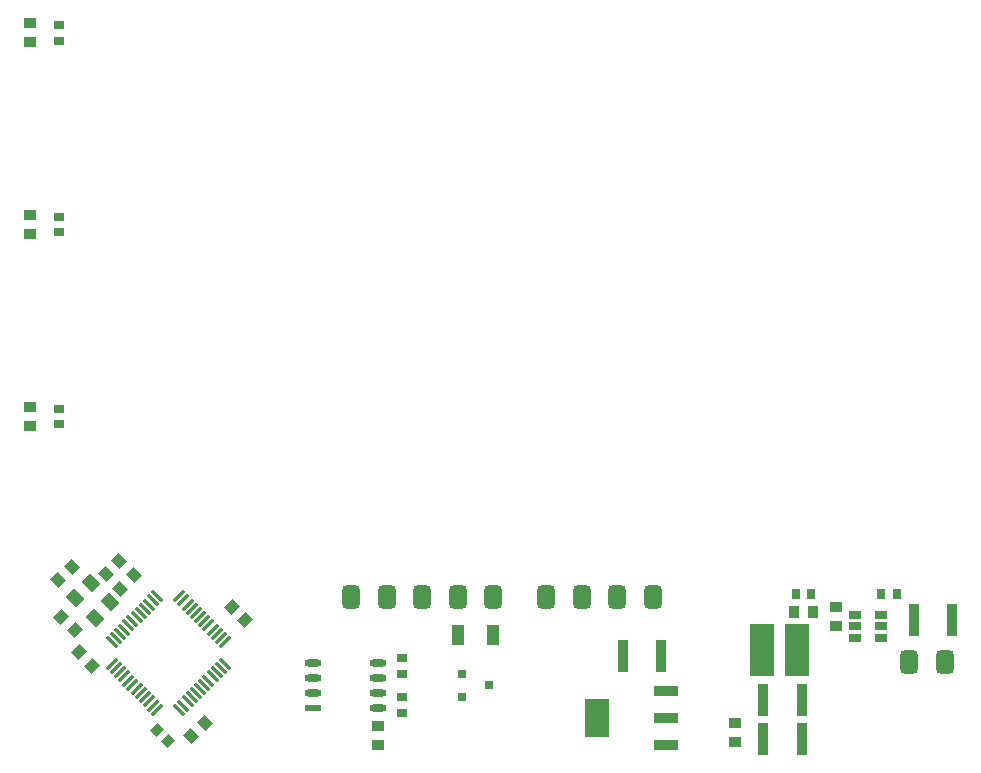
<source format=gbp>
G04*
G04 #@! TF.GenerationSoftware,Altium Limited,Altium Designer,23.3.1 (30)*
G04*
G04 Layer_Color=128*
%FSLAX44Y44*%
%MOMM*%
G71*
G04*
G04 #@! TF.SameCoordinates,351FD183-007B-45CA-81C2-1D2A0FC3FDAE*
G04*
G04*
G04 #@! TF.FilePolarity,Positive*
G04*
G01*
G75*
%ADD13R,0.8000X0.9500*%
%ADD14R,0.9500X0.8000*%
%ADD15R,1.0500X0.9000*%
%ADD19R,0.9000X1.0500*%
G04:AMPARAMS|DCode=33|XSize=0.29mm|YSize=1.4mm|CornerRadius=0mm|HoleSize=0mm|Usage=FLASHONLY|Rotation=315.000|XOffset=0mm|YOffset=0mm|HoleType=Round|Shape=Round|*
%AMOVALD33*
21,1,1.1100,0.2900,0.0000,0.0000,45.0*
1,1,0.2900,-0.3925,-0.3925*
1,1,0.2900,0.3925,0.3925*
%
%ADD33OVALD33*%

G04:AMPARAMS|DCode=34|XSize=0.29mm|YSize=1.4mm|CornerRadius=0mm|HoleSize=0mm|Usage=FLASHONLY|Rotation=225.000|XOffset=0mm|YOffset=0mm|HoleType=Round|Shape=Round|*
%AMOVALD34*
21,1,1.1100,0.2900,0.0000,0.0000,315.0*
1,1,0.2900,-0.3925,0.3925*
1,1,0.2900,0.3925,-0.3925*
%
%ADD34OVALD34*%

%ADD35R,0.7620X0.7620*%
%ADD36R,1.0500X1.7200*%
G04:AMPARAMS|DCode=37|XSize=1.05mm|YSize=0.9mm|CornerRadius=0mm|HoleSize=0mm|Usage=FLASHONLY|Rotation=315.000|XOffset=0mm|YOffset=0mm|HoleType=Round|Shape=Rectangle|*
%AMROTATEDRECTD37*
4,1,4,-0.6894,0.0530,-0.0530,0.6894,0.6894,-0.0530,0.0530,-0.6894,-0.6894,0.0530,0.0*
%
%ADD37ROTATEDRECTD37*%

%ADD38R,0.9542X2.7062*%
%ADD39O,1.4500X0.6000*%
%ADD40R,1.4500X0.6000*%
%ADD41R,2.1500X0.9000*%
%ADD42R,2.1500X3.2500*%
G04:AMPARAMS|DCode=43|XSize=1.5mm|YSize=2mm|CornerRadius=0.375mm|HoleSize=0mm|Usage=FLASHONLY|Rotation=0.000|XOffset=0mm|YOffset=0mm|HoleType=Round|Shape=RoundedRectangle|*
%AMROUNDEDRECTD43*
21,1,1.5000,1.2500,0,0,0.0*
21,1,0.7500,2.0000,0,0,0.0*
1,1,0.7500,0.3750,-0.6250*
1,1,0.7500,-0.3750,-0.6250*
1,1,0.7500,-0.3750,0.6250*
1,1,0.7500,0.3750,0.6250*
%
%ADD43ROUNDEDRECTD43*%
G04:AMPARAMS|DCode=44|XSize=1.05mm|YSize=1.3mm|CornerRadius=0mm|HoleSize=0mm|Usage=FLASHONLY|Rotation=225.000|XOffset=0mm|YOffset=0mm|HoleType=Round|Shape=Rectangle|*
%AMROTATEDRECTD44*
4,1,4,-0.0884,0.8309,0.8309,-0.0884,0.0884,-0.8309,-0.8309,0.0884,-0.0884,0.8309,0.0*
%
%ADD44ROTATEDRECTD44*%

G04:AMPARAMS|DCode=45|XSize=0.95mm|YSize=0.8mm|CornerRadius=0mm|HoleSize=0mm|Usage=FLASHONLY|Rotation=45.000|XOffset=0mm|YOffset=0mm|HoleType=Round|Shape=Rectangle|*
%AMROTATEDRECTD45*
4,1,4,-0.0530,-0.6187,-0.6187,-0.0530,0.0530,0.6187,0.6187,0.0530,-0.0530,-0.6187,0.0*
%
%ADD45ROTATEDRECTD45*%

%ADD46R,2.0000X4.5000*%
%ADD47R,1.0000X0.7000*%
G04:AMPARAMS|DCode=48|XSize=1.05mm|YSize=0.9mm|CornerRadius=0mm|HoleSize=0mm|Usage=FLASHONLY|Rotation=225.000|XOffset=0mm|YOffset=0mm|HoleType=Round|Shape=Rectangle|*
%AMROTATEDRECTD48*
4,1,4,0.0530,0.6894,0.6894,0.0530,-0.0530,-0.6894,-0.6894,-0.0530,0.0530,0.6894,0.0*
%
%ADD48ROTATEDRECTD48*%

D13*
X783500Y140000D02*
D03*
X796500D02*
D03*
X724000D02*
D03*
X711000D02*
D03*
D14*
X377500Y39500D02*
D03*
Y52500D02*
D03*
Y85500D02*
D03*
Y72500D02*
D03*
X87500Y283500D02*
D03*
Y296500D02*
D03*
Y446000D02*
D03*
Y459000D02*
D03*
Y608500D02*
D03*
Y621500D02*
D03*
D15*
X745000Y112500D02*
D03*
Y128500D02*
D03*
X62500Y298000D02*
D03*
Y282000D02*
D03*
Y444500D02*
D03*
Y460500D02*
D03*
Y623000D02*
D03*
Y607000D02*
D03*
X357500Y28000D02*
D03*
Y12000D02*
D03*
X660000Y31000D02*
D03*
Y15000D02*
D03*
D19*
X725500Y125000D02*
D03*
X709500D02*
D03*
D33*
X131917Y80808D02*
D03*
X135452Y77272D02*
D03*
X138988Y73737D02*
D03*
X142523Y70201D02*
D03*
X146059Y66666D02*
D03*
X149594Y63130D02*
D03*
X153130Y59594D02*
D03*
X156665Y56059D02*
D03*
X160201Y52523D02*
D03*
X163737Y48988D02*
D03*
X167272Y45452D02*
D03*
X170808Y41917D02*
D03*
X228083Y99192D02*
D03*
X224548Y102728D02*
D03*
X221012Y106263D02*
D03*
X217477Y109799D02*
D03*
X213941Y113335D02*
D03*
X210406Y116870D02*
D03*
X206870Y120406D02*
D03*
X203335Y123941D02*
D03*
X199799Y127477D02*
D03*
X196264Y131012D02*
D03*
X192728Y134548D02*
D03*
X189192Y138083D02*
D03*
D34*
Y41917D02*
D03*
X192728Y45452D02*
D03*
X196264Y48988D02*
D03*
X199799Y52523D02*
D03*
X203335Y56059D02*
D03*
X206870Y59594D02*
D03*
X210406Y63130D02*
D03*
X213941Y66666D02*
D03*
X217477Y70201D02*
D03*
X221012Y73737D02*
D03*
X224548Y77272D02*
D03*
X228083Y80808D02*
D03*
X170808Y138083D02*
D03*
X167272Y134548D02*
D03*
X163737Y131012D02*
D03*
X160201Y127477D02*
D03*
X156665Y123941D02*
D03*
X153130Y120406D02*
D03*
X149594Y116870D02*
D03*
X146059Y113335D02*
D03*
X142523Y109799D02*
D03*
X138988Y106264D02*
D03*
X135452Y102728D02*
D03*
X131917Y99192D02*
D03*
D35*
X428750Y72050D02*
D03*
Y53000D02*
D03*
X451610Y62525D02*
D03*
D36*
X454600Y105000D02*
D03*
X425400D02*
D03*
D37*
X138157Y168157D02*
D03*
X126843Y156843D02*
D03*
X98157Y163157D02*
D03*
X86843Y151843D02*
D03*
X150657Y155657D02*
D03*
X139343Y144343D02*
D03*
X210657Y30657D02*
D03*
X199343Y19343D02*
D03*
D38*
X683750Y17500D02*
D03*
X716250D02*
D03*
X683750Y50000D02*
D03*
X716250D02*
D03*
X811250Y117500D02*
D03*
X843750D02*
D03*
X597500Y87500D02*
D03*
X565000D02*
D03*
D39*
X357250Y81550D02*
D03*
Y68850D02*
D03*
Y56150D02*
D03*
Y43450D02*
D03*
X302750Y81550D02*
D03*
Y68850D02*
D03*
Y56150D02*
D03*
D40*
Y43450D02*
D03*
D41*
X601750Y58000D02*
D03*
Y35000D02*
D03*
Y12000D02*
D03*
D42*
X543250Y35000D02*
D03*
D43*
X807500Y82500D02*
D03*
X590000Y137500D02*
D03*
X560000D02*
D03*
X500000D02*
D03*
X530000D02*
D03*
X837500Y82500D02*
D03*
X335000Y137500D02*
D03*
X395000D02*
D03*
X365000D02*
D03*
X425000D02*
D03*
X455000D02*
D03*
D44*
X114318Y149345D02*
D03*
X130582Y133081D02*
D03*
X117500Y120000D02*
D03*
X101237Y136264D02*
D03*
D45*
X179596Y15404D02*
D03*
X170404Y24596D02*
D03*
D46*
X712500Y92500D02*
D03*
X682500D02*
D03*
D47*
X783500Y122000D02*
D03*
Y112500D02*
D03*
Y103000D02*
D03*
X761500D02*
D03*
Y112500D02*
D03*
Y122000D02*
D03*
D48*
X104343Y90657D02*
D03*
X115657Y79343D02*
D03*
X245000Y117500D02*
D03*
X233686Y128814D02*
D03*
X89343Y120657D02*
D03*
X100657Y109343D02*
D03*
M02*

</source>
